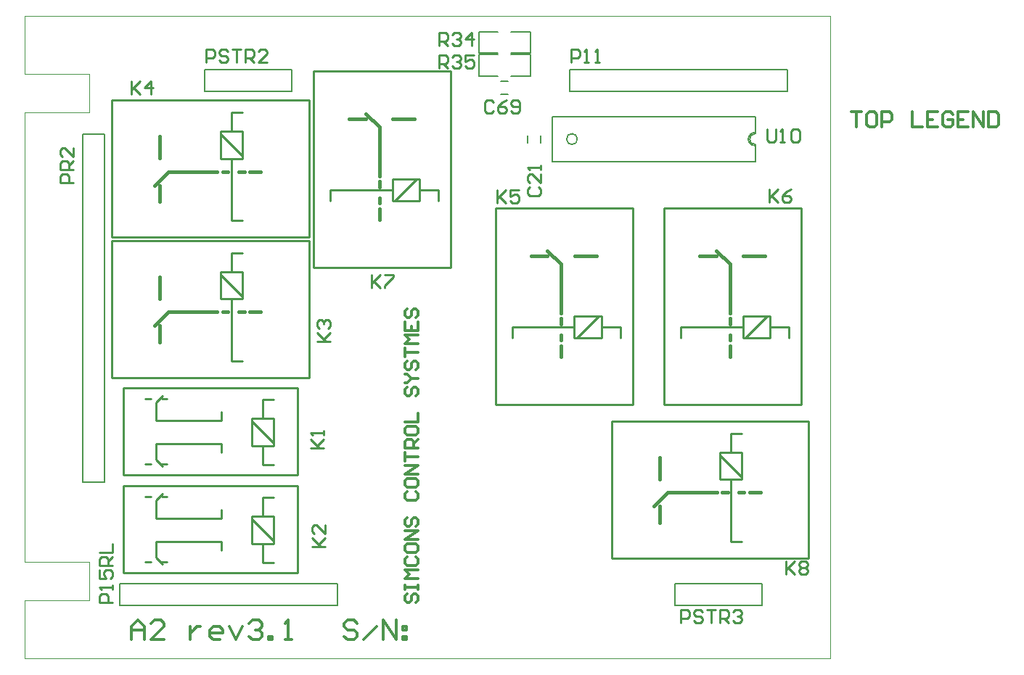
<source format=gto>
%FSLAX25Y25*%
%MOIN*%
G70*
G01*
G75*
G04 Layer_Color=65535*
%ADD10C,0.03200*%
%ADD11C,0.02400*%
%ADD12R,0.06693X0.06693*%
%ADD13R,0.06693X0.06693*%
%ADD14C,0.00400*%
%ADD15C,0.01200*%
%ADD16R,0.07500X0.09000*%
%ADD17O,0.07500X0.09000*%
%ADD18O,0.07500X0.09000*%
%ADD19R,0.07500X0.09000*%
%ADD20O,0.09000X0.07500*%
%ADD21R,0.09000X0.07500*%
%ADD22R,0.10500X0.10500*%
%ADD23C,0.10500*%
%ADD24R,0.10500X0.10500*%
%ADD25C,0.10000*%
%ADD26C,0.09000*%
%ADD27C,0.07500*%
%ADD28C,0.06000*%
%ADD29C,0.04000*%
%ADD30R,0.06693X0.05118*%
%ADD31R,0.05118X0.06693*%
%ADD32C,0.01400*%
%ADD33C,0.00600*%
%ADD34C,0.00800*%
%ADD35C,0.00787*%
%ADD36C,0.01600*%
%ADD37C,0.01000*%
D14*
X393701Y393701D02*
Y420276D01*
X423228D01*
Y437992D01*
X393701D02*
X423228D01*
X393701D02*
Y644685D01*
X423228D01*
Y662402D01*
X393701D02*
X423228D01*
X393701D02*
Y688976D01*
X763780D01*
X763780Y688976D01*
Y393701D02*
Y688976D01*
X393701Y393701D02*
X763780D01*
D15*
X442700Y402400D02*
Y408398D01*
X445699Y411397D01*
X448698Y408398D01*
Y402400D01*
Y406898D01*
X442700D01*
X457695Y402400D02*
X451697D01*
X457695Y408398D01*
Y409898D01*
X456196Y411397D01*
X453197D01*
X451697Y409898D01*
X469691Y408398D02*
Y402400D01*
Y405399D01*
X471191Y406898D01*
X472690Y408398D01*
X474190D01*
X483187Y402400D02*
X480188D01*
X478688Y403899D01*
Y406898D01*
X480188Y408398D01*
X483187D01*
X484686Y406898D01*
Y405399D01*
X478688D01*
X487685Y408398D02*
X490685Y402400D01*
X493683Y408398D01*
X496683Y409898D02*
X498182Y411397D01*
X501181D01*
X502681Y409898D01*
Y408398D01*
X501181Y406898D01*
X499682D01*
X501181D01*
X502681Y405399D01*
Y403899D01*
X501181Y402400D01*
X498182D01*
X496683Y403899D01*
X505680Y402400D02*
Y403899D01*
X507179D01*
Y402400D01*
X505680D01*
X513177D02*
X516176D01*
X514677D01*
Y411397D01*
X513177Y409898D01*
X569402Y423499D02*
X568402Y422499D01*
Y420500D01*
X569402Y419500D01*
X570401D01*
X571401Y420500D01*
Y422499D01*
X572401Y423499D01*
X573400D01*
X574400Y422499D01*
Y420500D01*
X573400Y419500D01*
X568402Y425498D02*
Y427497D01*
Y426498D01*
X574400D01*
Y425498D01*
Y427497D01*
Y430496D02*
X568402D01*
X570401Y432496D01*
X568402Y434495D01*
X574400D01*
X569402Y440493D02*
X568402Y439494D01*
Y437494D01*
X569402Y436494D01*
X573400D01*
X574400Y437494D01*
Y439494D01*
X573400Y440493D01*
X568402Y445492D02*
Y443492D01*
X569402Y442493D01*
X573400D01*
X574400Y443492D01*
Y445492D01*
X573400Y446491D01*
X569402D01*
X568402Y445492D01*
X574400Y448491D02*
X568402D01*
X574400Y452489D01*
X568402D01*
X569402Y458487D02*
X568402Y457488D01*
Y455488D01*
X569402Y454489D01*
X570401D01*
X571401Y455488D01*
Y457488D01*
X572401Y458487D01*
X573400D01*
X574400Y457488D01*
Y455488D01*
X573400Y454489D01*
X569402Y470483D02*
X568402Y469484D01*
Y467485D01*
X569402Y466485D01*
X573400D01*
X574400Y467485D01*
Y469484D01*
X573400Y470483D01*
X568402Y475482D02*
Y473483D01*
X569402Y472483D01*
X573400D01*
X574400Y473483D01*
Y475482D01*
X573400Y476482D01*
X569402D01*
X568402Y475482D01*
X574400Y478481D02*
X568402D01*
X574400Y482480D01*
X568402D01*
Y484479D02*
Y488478D01*
Y486478D01*
X574400D01*
Y490477D02*
X568402D01*
Y493476D01*
X569402Y494476D01*
X571401D01*
X572401Y493476D01*
Y490477D01*
Y492476D02*
X574400Y494476D01*
X568402Y499474D02*
Y497475D01*
X569402Y496475D01*
X573400D01*
X574400Y497475D01*
Y499474D01*
X573400Y500474D01*
X569402D01*
X568402Y499474D01*
Y502473D02*
X574400D01*
Y506472D01*
X569402Y518468D02*
X568402Y517468D01*
Y515469D01*
X569402Y514469D01*
X570401D01*
X571401Y515469D01*
Y517468D01*
X572401Y518468D01*
X573400D01*
X574400Y517468D01*
Y515469D01*
X573400Y514469D01*
X568402Y520467D02*
X569402D01*
X571401Y522467D01*
X569402Y524466D01*
X568402D01*
X571401Y522467D02*
X574400D01*
X569402Y530464D02*
X568402Y529464D01*
Y527465D01*
X569402Y526465D01*
X570401D01*
X571401Y527465D01*
Y529464D01*
X572401Y530464D01*
X573400D01*
X574400Y529464D01*
Y527465D01*
X573400Y526465D01*
X568402Y532464D02*
Y536462D01*
Y534463D01*
X574400D01*
Y538461D02*
X568402D01*
X570401Y540461D01*
X568402Y542460D01*
X574400D01*
X568402Y548458D02*
Y544460D01*
X574400D01*
Y548458D01*
X571401Y544460D02*
Y546459D01*
X569402Y554456D02*
X568402Y553457D01*
Y551457D01*
X569402Y550458D01*
X570401D01*
X571401Y551457D01*
Y553457D01*
X572401Y554456D01*
X573400D01*
X574400Y553457D01*
Y551457D01*
X573400Y550458D01*
X546398Y409898D02*
X544899Y411397D01*
X541899D01*
X540400Y409898D01*
Y408398D01*
X541899Y406898D01*
X544899D01*
X546398Y405399D01*
Y403899D01*
X544899Y402400D01*
X541899D01*
X540400Y403899D01*
X549397Y402400D02*
X555395Y408398D01*
X558394Y402400D02*
Y411397D01*
X564392Y402400D01*
Y411397D01*
X567391Y408398D02*
X568891D01*
Y406898D01*
X567391D01*
Y408398D01*
Y403899D02*
X568891D01*
Y402400D01*
X567391D01*
Y403899D01*
X773404Y644951D02*
X778069D01*
X775737D01*
Y637953D01*
X783901Y644951D02*
X781568D01*
X780402Y643785D01*
Y639119D01*
X781568Y637953D01*
X783901D01*
X785067Y639119D01*
Y643785D01*
X783901Y644951D01*
X787399Y637953D02*
Y644951D01*
X790898D01*
X792065Y643785D01*
Y641452D01*
X790898Y640286D01*
X787399D01*
X801395Y644951D02*
Y637953D01*
X806060D01*
X813058Y644951D02*
X808393D01*
Y637953D01*
X813058D01*
X808393Y641452D02*
X810725D01*
X820055Y643785D02*
X818889Y644951D01*
X816557D01*
X815390Y643785D01*
Y639119D01*
X816557Y637953D01*
X818889D01*
X820055Y639119D01*
Y641452D01*
X817723D01*
X827053Y644951D02*
X822388D01*
Y637953D01*
X827053D01*
X822388Y641452D02*
X824721D01*
X829386Y637953D02*
Y644951D01*
X834051Y637953D01*
Y644951D01*
X836384D02*
Y637953D01*
X839882D01*
X841049Y639119D01*
Y643785D01*
X839882Y644951D01*
X836384D01*
D33*
X647500Y632500D02*
G03*
X647500Y632500I-2500J0D01*
G01*
D34*
X729153Y635500D02*
G03*
X729153Y629500I-150J-3000D01*
G01*
X625811Y672079D02*
Y681921D01*
X602189Y672079D02*
Y681921D01*
X611047D01*
X616953D02*
X625811D01*
X602189Y672079D02*
X611047D01*
X616953D02*
X625811D01*
X602189Y661579D02*
Y671421D01*
X625811Y661579D02*
Y671421D01*
X616953Y661579D02*
X625811D01*
X602189D02*
X611047D01*
X616953Y671421D02*
X625811D01*
X602189D02*
X611047D01*
X624500Y630750D02*
Y634250D01*
X630500Y630750D02*
Y634250D01*
X612250Y659000D02*
X615750D01*
X612250Y653000D02*
X615750D01*
D35*
X729153Y635000D02*
G03*
X729153Y630000I0J-2500D01*
G01*
X729153Y635000D02*
Y642933D01*
Y622067D02*
Y630000D01*
X635846Y622067D02*
Y642933D01*
X729153D01*
X635846Y622067D02*
X729153D01*
X476339Y654449D02*
Y664449D01*
X516339D01*
X476339Y654449D02*
X516339D01*
Y664449D01*
X732323Y418228D02*
Y428228D01*
X692323Y418228D02*
X732323D01*
X692323Y428228D02*
X732323D01*
X692323Y418228D02*
Y428228D01*
X743976Y654449D02*
Y664449D01*
X643976Y654449D02*
X743976D01*
X643976D02*
Y664449D01*
X651476D01*
X743976D01*
X537205Y418228D02*
Y428228D01*
X437205Y418228D02*
X537205D01*
X437205D02*
Y428228D01*
X444705D01*
X537205D01*
X420197Y474921D02*
X430197D01*
Y627421D01*
Y634921D01*
X420197D02*
X430197D01*
X420197Y474921D02*
Y634921D01*
D36*
X682750Y463750D02*
X689000Y470000D01*
X690250D01*
X685250Y476250D02*
Y486250D01*
Y456250D02*
Y463750D01*
X690250Y470000D02*
X699000D01*
X711500D01*
X714000D02*
X716500D01*
X721500D02*
X724000D01*
X726500D02*
X731500D01*
X497000Y617500D02*
X502000D01*
X492000D02*
X494500D01*
X484500D02*
X487000D01*
X469500D02*
X482000D01*
X460750D02*
X469500D01*
X455750Y603750D02*
Y611250D01*
Y623750D02*
Y633750D01*
X459500Y617500D02*
X460750D01*
X453250Y611250D02*
X459500Y617500D01*
X453250Y546750D02*
X459500Y553000D01*
X460750D01*
X455750Y559250D02*
Y569250D01*
Y539250D02*
Y546750D01*
X460750Y553000D02*
X469500D01*
X482000D01*
X484500D02*
X487000D01*
X492000D02*
X494500D01*
X497000D02*
X502000D01*
X717500Y532500D02*
Y537500D01*
Y540000D02*
Y542500D01*
Y547500D02*
Y550000D01*
Y552500D02*
Y565000D01*
Y573750D01*
X703750Y578750D02*
X711250D01*
X723750D02*
X733750D01*
X717500Y573750D02*
Y575000D01*
X711250Y581250D02*
X717500Y575000D01*
X550250Y644250D02*
X556500Y638000D01*
Y636750D02*
Y638000D01*
X562750Y641750D02*
X572750D01*
X542750D02*
X550250D01*
X556500Y628000D02*
Y636750D01*
Y615500D02*
Y628000D01*
Y610500D02*
Y613000D01*
Y603000D02*
Y605500D01*
Y595500D02*
Y600500D01*
X640000Y532500D02*
Y537500D01*
Y540000D02*
Y542500D01*
Y547500D02*
Y550000D01*
Y552500D02*
Y565000D01*
Y573750D01*
X626250Y578750D02*
X633750D01*
X646250D02*
X656250D01*
X640000Y573750D02*
Y575000D01*
X633750Y581250D02*
X640000Y575000D01*
D37*
X713000Y487250D02*
X723000Y477250D01*
X713000Y487250D02*
Y488500D01*
X718000Y447500D02*
X723000D01*
X718000D02*
Y476000D01*
Y497250D02*
X723000D01*
X718000Y488500D02*
Y497250D01*
X713000Y476000D02*
Y488500D01*
Y476000D02*
X723000D01*
Y488500D01*
X713000D02*
X723000D01*
X663134Y502874D02*
X753685D01*
X663134Y439882D02*
X753685D01*
X663134D02*
Y502874D01*
X753685Y439882D02*
Y502874D01*
X524185Y587382D02*
Y650374D01*
X433634Y587382D02*
Y650374D01*
Y587382D02*
X524185D01*
X433634Y650374D02*
X524185D01*
X483500Y636000D02*
X493500D01*
Y623500D02*
Y636000D01*
X483500Y623500D02*
X493500D01*
X483500D02*
Y636000D01*
X488500D02*
Y644750D01*
X493500D01*
X488500Y595000D02*
Y623500D01*
Y595000D02*
X493500D01*
X483500Y634750D02*
Y636000D01*
Y634750D02*
X493500Y624750D01*
X483500Y570250D02*
X493500Y560250D01*
X483500Y570250D02*
Y571500D01*
X488500Y530500D02*
X493500D01*
X488500D02*
Y559000D01*
Y580250D02*
X493500D01*
X488500Y571500D02*
Y580250D01*
X483500Y559000D02*
Y571500D01*
Y559000D02*
X493500D01*
Y571500D01*
X483500D02*
X493500D01*
X433634Y585874D02*
X524185D01*
X433634Y522882D02*
X524185D01*
X433634D02*
Y585874D01*
X524185Y522882D02*
Y585874D01*
X687382Y510315D02*
X750374D01*
X687382Y600866D02*
X750374D01*
X687382Y510315D02*
Y600866D01*
X750374Y510315D02*
Y600866D01*
X736000Y541000D02*
Y551000D01*
X723500Y541000D02*
X736000D01*
X723500D02*
Y551000D01*
X736000D01*
Y546000D02*
X744750D01*
Y541000D02*
Y546000D01*
X695000D02*
X723500D01*
X695000Y541000D02*
Y546000D01*
X734750Y551000D02*
X736000D01*
X724750Y541000D02*
X734750Y551000D01*
X563750Y604000D02*
X573750Y614000D01*
X575000D01*
X534000Y604000D02*
Y609000D01*
X562500D01*
X583750Y604000D02*
Y609000D01*
X575000D02*
X583750D01*
X562500Y614000D02*
X575000D01*
X562500Y604000D02*
Y614000D01*
Y604000D02*
X575000D01*
Y614000D01*
X589374Y573315D02*
Y663866D01*
X526382Y573315D02*
Y663866D01*
X589374D01*
X526382Y573315D02*
X589374D01*
X609882Y510315D02*
X672874D01*
X609882Y600866D02*
X672874D01*
X609882Y510315D02*
Y600866D01*
X672874Y510315D02*
Y600866D01*
X658500Y541000D02*
Y551000D01*
X646000Y541000D02*
X658500D01*
X646000D02*
Y551000D01*
X658500D01*
Y546000D02*
X667250D01*
Y541000D02*
Y546000D01*
X617500D02*
X646000D01*
X617500Y541000D02*
Y546000D01*
X657250Y551000D02*
X658500D01*
X647250Y541000D02*
X657250Y551000D01*
X498000Y457750D02*
X508000Y447750D01*
X498000Y457750D02*
Y459000D01*
X503000Y437750D02*
X508000D01*
X503000D02*
Y446500D01*
Y467750D02*
X508000D01*
X503000Y459000D02*
Y467750D01*
X498000Y446500D02*
Y459000D01*
Y446500D02*
X508000D01*
Y459000D01*
X498000D02*
X508000D01*
X454000Y466500D02*
X457000Y469500D01*
X454000Y465500D02*
Y466500D01*
Y458000D02*
Y465500D01*
Y458000D02*
X484000D01*
Y462000D01*
X454000Y440000D02*
X457000Y437000D01*
X454000Y440000D02*
Y447500D01*
X484000D01*
Y443500D02*
Y447500D01*
X449000Y468000D02*
X451500D01*
X456500D02*
X459000D01*
X449000Y438000D02*
X451500D01*
X456500D02*
X459000D01*
X439000Y433000D02*
X519000D01*
X439000D02*
Y473000D01*
X519000D01*
Y433000D02*
Y473000D01*
X498000Y502750D02*
X508000Y492750D01*
X498000Y502750D02*
Y504000D01*
X503000Y482750D02*
X508000D01*
X503000D02*
Y491500D01*
Y512750D02*
X508000D01*
X503000Y504000D02*
Y512750D01*
X498000Y491500D02*
Y504000D01*
Y491500D02*
X508000D01*
Y504000D01*
X498000D02*
X508000D01*
X454000Y511500D02*
X457000Y514500D01*
X454000Y510500D02*
Y511500D01*
Y503000D02*
Y510500D01*
Y503000D02*
X484000D01*
Y507000D01*
X454000Y485000D02*
X457000Y482000D01*
X454000Y485000D02*
Y492500D01*
X484000D01*
Y488500D02*
Y492500D01*
X449000Y513000D02*
X451500D01*
X456500D02*
X459000D01*
X449000Y483000D02*
X451500D01*
X456500D02*
X459000D01*
X439000Y478000D02*
X519000D01*
X439000D02*
Y518000D01*
X519000D01*
Y478000D02*
Y518000D01*
X608999Y649498D02*
X607999Y650498D01*
X606000D01*
X605000Y649498D01*
Y645500D01*
X606000Y644500D01*
X607999D01*
X608999Y645500D01*
X614997Y650498D02*
X612997Y649498D01*
X610998Y647499D01*
Y645500D01*
X611998Y644500D01*
X613997D01*
X614997Y645500D01*
Y646499D01*
X613997Y647499D01*
X610998D01*
X616996Y645500D02*
X617996Y644500D01*
X619995D01*
X620995Y645500D01*
Y649498D01*
X619995Y650498D01*
X617996D01*
X616996Y649498D01*
Y648499D01*
X617996Y647499D01*
X620995D01*
X434000Y419400D02*
X428002D01*
Y422399D01*
X429002Y423399D01*
X431001D01*
X432001Y422399D01*
Y419400D01*
X434000Y425398D02*
Y427397D01*
Y426398D01*
X428002D01*
X429002Y425398D01*
X428002Y434395D02*
Y430396D01*
X431001D01*
X430001Y432396D01*
Y433395D01*
X431001Y434395D01*
X433000D01*
X434000Y433395D01*
Y431396D01*
X433000Y430396D01*
X434000Y436395D02*
X428002D01*
Y439394D01*
X429002Y440393D01*
X431001D01*
X432001Y439394D01*
Y436395D01*
Y438394D02*
X434000Y440393D01*
X428002Y442393D02*
X434000D01*
Y446391D01*
X584000Y665000D02*
Y670998D01*
X586999D01*
X587999Y669998D01*
Y667999D01*
X586999Y666999D01*
X584000D01*
X585999D02*
X587999Y665000D01*
X589998Y669998D02*
X590998Y670998D01*
X592997D01*
X593997Y669998D01*
Y668999D01*
X592997Y667999D01*
X591997D01*
X592997D01*
X593997Y666999D01*
Y666000D01*
X592997Y665000D01*
X590998D01*
X589998Y666000D01*
X599995Y670998D02*
X595996D01*
Y667999D01*
X597996Y668999D01*
X598995D01*
X599995Y667999D01*
Y666000D01*
X598995Y665000D01*
X596996D01*
X595996Y666000D01*
X584000Y675500D02*
Y681498D01*
X586999D01*
X587999Y680498D01*
Y678499D01*
X586999Y677499D01*
X584000D01*
X585999D02*
X587999Y675500D01*
X589998Y680498D02*
X590998Y681498D01*
X592997D01*
X593997Y680498D01*
Y679499D01*
X592997Y678499D01*
X591997D01*
X592997D01*
X593997Y677499D01*
Y676500D01*
X592997Y675500D01*
X590998D01*
X589998Y676500D01*
X598995Y675500D02*
Y681498D01*
X595996Y678499D01*
X599995D01*
X625502Y610499D02*
X624502Y609499D01*
Y607500D01*
X625502Y606500D01*
X629500D01*
X630500Y607500D01*
Y609499D01*
X629500Y610499D01*
X630500Y616497D02*
Y612498D01*
X626501Y616497D01*
X625502D01*
X624502Y615497D01*
Y613498D01*
X625502Y612498D01*
X630500Y618496D02*
Y620496D01*
Y619496D01*
X624502D01*
X625502Y618496D01*
X734500Y636998D02*
Y632000D01*
X735500Y631000D01*
X737499D01*
X738499Y632000D01*
Y636998D01*
X740498Y631000D02*
X742497D01*
X741498D01*
Y636998D01*
X740498Y635998D01*
X745496D02*
X746496Y636998D01*
X748495D01*
X749495Y635998D01*
Y632000D01*
X748495Y631000D01*
X746496D01*
X745496Y632000D01*
Y635998D01*
X695000Y410000D02*
Y415998D01*
X697999D01*
X698999Y414998D01*
Y412999D01*
X697999Y411999D01*
X695000D01*
X704997Y414998D02*
X703997Y415998D01*
X701998D01*
X700998Y414998D01*
Y413999D01*
X701998Y412999D01*
X703997D01*
X704997Y411999D01*
Y411000D01*
X703997Y410000D01*
X701998D01*
X700998Y411000D01*
X706996Y415998D02*
X710995D01*
X708995D01*
Y410000D01*
X712994D02*
Y415998D01*
X715993D01*
X716993Y414998D01*
Y412999D01*
X715993Y411999D01*
X712994D01*
X714993D02*
X716993Y410000D01*
X718992Y414998D02*
X719992Y415998D01*
X721991D01*
X722991Y414998D01*
Y413999D01*
X721991Y412999D01*
X720992D01*
X721991D01*
X722991Y411999D01*
Y411000D01*
X721991Y410000D01*
X719992D01*
X718992Y411000D01*
X476900Y667800D02*
Y673798D01*
X479899D01*
X480899Y672798D01*
Y670799D01*
X479899Y669799D01*
X476900D01*
X486897Y672798D02*
X485897Y673798D01*
X483898D01*
X482898Y672798D01*
Y671799D01*
X483898Y670799D01*
X485897D01*
X486897Y669799D01*
Y668800D01*
X485897Y667800D01*
X483898D01*
X482898Y668800D01*
X488896Y673798D02*
X492895D01*
X490896D01*
Y667800D01*
X494894D02*
Y673798D01*
X497893D01*
X498893Y672798D01*
Y670799D01*
X497893Y669799D01*
X494894D01*
X496894D02*
X498893Y667800D01*
X504891D02*
X500892D01*
X504891Y671799D01*
Y672798D01*
X503891Y673798D01*
X501892D01*
X500892Y672798D01*
X416000Y612500D02*
X410002D01*
Y615499D01*
X411002Y616499D01*
X413001D01*
X414001Y615499D01*
Y612500D01*
X416000Y618498D02*
X410002D01*
Y621497D01*
X411002Y622497D01*
X413001D01*
X414001Y621497D01*
Y618498D01*
Y620497D02*
X416000Y622497D01*
Y628495D02*
Y624496D01*
X412001Y628495D01*
X411002D01*
X410002Y627495D01*
Y625496D01*
X411002Y624496D01*
X644600Y667800D02*
Y673798D01*
X647599D01*
X648599Y672798D01*
Y670799D01*
X647599Y669799D01*
X644600D01*
X650598Y667800D02*
X652597D01*
X651598D01*
Y673798D01*
X650598Y672798D01*
X655596Y667800D02*
X657596D01*
X656596D01*
Y673798D01*
X655596Y672798D01*
X610600Y609098D02*
Y603100D01*
Y605099D01*
X614599Y609098D01*
X611600Y606099D01*
X614599Y603100D01*
X620597Y609098D02*
X616598D01*
Y606099D01*
X618597Y607099D01*
X619597D01*
X620597Y606099D01*
Y604100D01*
X619597Y603100D01*
X617598D01*
X616598Y604100D01*
X553000Y569998D02*
Y564000D01*
Y565999D01*
X556999Y569998D01*
X554000Y566999D01*
X556999Y564000D01*
X558998Y569998D02*
X562997D01*
Y568998D01*
X558998Y565000D01*
Y564000D01*
X735500Y609498D02*
Y603500D01*
Y605499D01*
X739499Y609498D01*
X736500Y606499D01*
X739499Y603500D01*
X745497Y609498D02*
X743497Y608498D01*
X741498Y606499D01*
Y604500D01*
X742498Y603500D01*
X744497D01*
X745497Y604500D01*
Y605499D01*
X744497Y606499D01*
X741498D01*
X528002Y539500D02*
X534000D01*
X532001D01*
X528002Y543499D01*
X531001Y540500D01*
X534000Y543499D01*
X529002Y545498D02*
X528002Y546498D01*
Y548497D01*
X529002Y549497D01*
X530001D01*
X531001Y548497D01*
Y547497D01*
Y548497D01*
X532001Y549497D01*
X533000D01*
X534000Y548497D01*
Y546498D01*
X533000Y545498D01*
X442500Y658998D02*
Y653000D01*
Y654999D01*
X446499Y658998D01*
X443500Y655999D01*
X446499Y653000D01*
X451497D02*
Y658998D01*
X448498Y655999D01*
X452497D01*
X743200Y438498D02*
Y432500D01*
Y434499D01*
X747199Y438498D01*
X744200Y435499D01*
X747199Y432500D01*
X749198Y437498D02*
X750198Y438498D01*
X752197D01*
X753197Y437498D01*
Y436499D01*
X752197Y435499D01*
X753197Y434499D01*
Y433500D01*
X752197Y432500D01*
X750198D01*
X749198Y433500D01*
Y434499D01*
X750198Y435499D01*
X749198Y436499D01*
Y437498D01*
X750198Y435499D02*
X752197D01*
X525002Y490500D02*
X531000D01*
X529001D01*
X525002Y494499D01*
X528001Y491500D01*
X531000Y494499D01*
Y496498D02*
Y498497D01*
Y497498D01*
X525002D01*
X526002Y496498D01*
X525502Y445000D02*
X531500D01*
X529501D01*
X525502Y448999D01*
X528501Y446000D01*
X531500Y448999D01*
Y454997D02*
Y450998D01*
X527501Y454997D01*
X526502D01*
X525502Y453997D01*
Y451998D01*
X526502Y450998D01*
M02*

</source>
